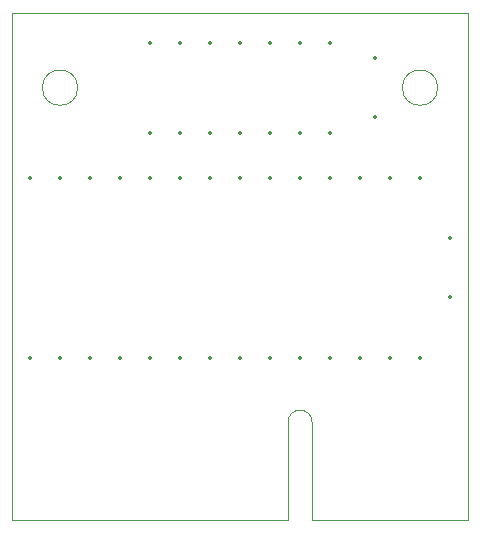
<source format=gm1>
%TF.GenerationSoftware,KiCad,Pcbnew,8.0.6+1*%
%TF.CreationDate,2024-12-12T19:08:46+01:00*%
%TF.ProjectId,full_rom,66756c6c-5f72-46f6-9d2e-6b696361645f,0*%
%TF.SameCoordinates,Original*%
%TF.FileFunction,Profile,NP*%
%FSLAX46Y46*%
G04 Gerber Fmt 4.6, Leading zero omitted, Abs format (unit mm)*
G04 Created by KiCad (PCBNEW 8.0.6+1) date 2024-12-12 19:08:46*
%MOMM*%
%LPD*%
G01*
G04 APERTURE LIST*
%TA.AperFunction,Profile*%
%ADD10C,0.100000*%
%TD*%
%ADD11C,0.350000*%
G04 APERTURE END LIST*
D10*
X39624000Y43180000D02*
X1016000Y43180000D01*
X24384000Y8509000D02*
X24384000Y254000D01*
X39624000Y43180000D02*
X39624000Y254000D01*
X24384000Y254000D02*
X1016000Y254000D01*
X1016000Y43180000D02*
X1016000Y254000D01*
X26416000Y254000D02*
X26416000Y8509000D01*
X39624000Y254000D02*
X26416000Y254000D01*
X6580000Y36830000D02*
G75*
G02*
X3580000Y36830000I-1500000J0D01*
G01*
X3580000Y36830000D02*
G75*
G02*
X6580000Y36830000I1500000J0D01*
G01*
X24384000Y8509000D02*
G75*
G02*
X26416000Y8509000I1016000J0D01*
G01*
X37060000Y36830000D02*
G75*
G02*
X34060000Y36830000I-1500000J0D01*
G01*
X34060000Y36830000D02*
G75*
G02*
X37060000Y36830000I1500000J0D01*
G01*
D11*
X35560000Y29210000D03*
X33020000Y29210000D03*
X30480000Y29210000D03*
X27940000Y29210000D03*
X25400000Y29210000D03*
X22860000Y29210000D03*
X20320000Y29210000D03*
X17780000Y29210000D03*
X15240000Y29210000D03*
X12700000Y29210000D03*
X10160000Y29210000D03*
X7620000Y29210000D03*
X5080000Y29210000D03*
X2540000Y29210000D03*
X2540000Y13970000D03*
X5080000Y13970000D03*
X7620000Y13970000D03*
X10160000Y13970000D03*
X12700000Y13970000D03*
X15240000Y13970000D03*
X17780000Y13970000D03*
X20320000Y13970000D03*
X22860000Y13970000D03*
X25400000Y13970000D03*
X27940000Y13970000D03*
X30480000Y13970000D03*
X33020000Y13970000D03*
X35560000Y13970000D03*
X31750000Y34350000D03*
X31750000Y39350000D03*
X38100000Y19090000D03*
X38100000Y24090000D03*
X27940000Y40620000D03*
X25400000Y40620000D03*
X22860000Y40620000D03*
X20320000Y40620000D03*
X17780000Y40620000D03*
X15240000Y40620000D03*
X12700000Y40620000D03*
X12700000Y33000000D03*
X15240000Y33000000D03*
X17780000Y33000000D03*
X20320000Y33000000D03*
X22860000Y33000000D03*
X25400000Y33000000D03*
X27940000Y33000000D03*
M02*

</source>
